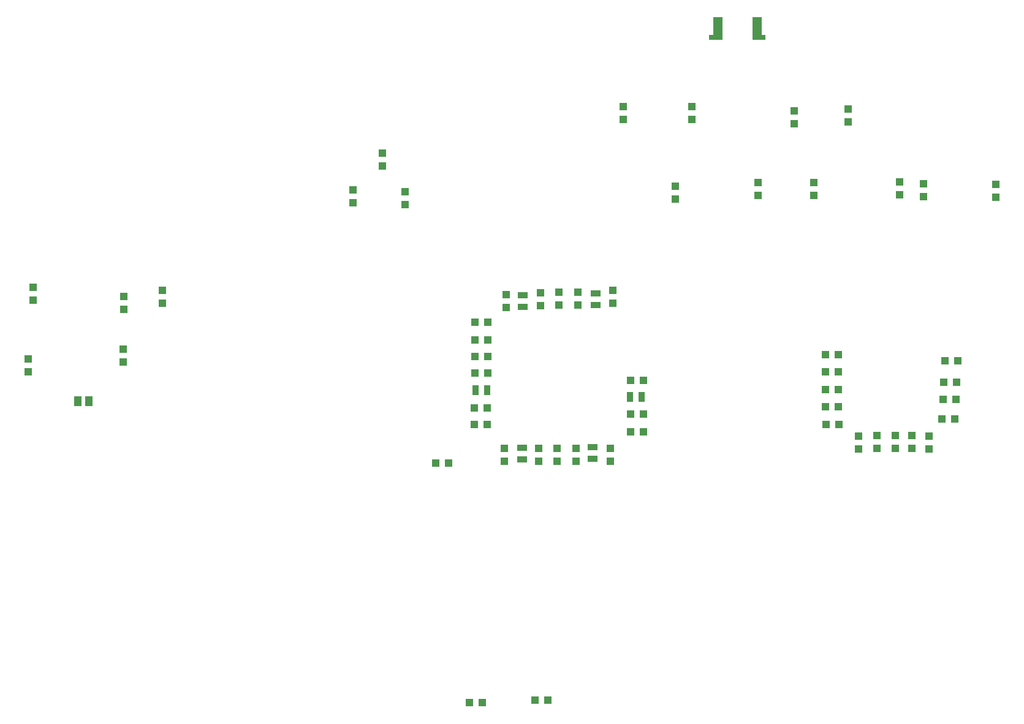
<source format=gbp>
G04 Layer_Color=128*
%FSLAX44Y44*%
%MOMM*%
G71*
G01*
G75*
%ADD56R,1.1000X1.1000*%
%ADD57R,1.3500X0.9500*%
%ADD58R,0.9500X1.3500*%
%ADD59R,1.1000X1.4000*%
%ADD60R,1.1000X1.1000*%
G36*
X998298Y963044D02*
X980048D01*
Y970044D01*
X985298D01*
Y994544D01*
X998298D01*
Y963044D01*
D02*
G37*
G36*
X1052798Y970044D02*
X1058048D01*
Y963044D01*
X1039798D01*
Y994544D01*
X1052798D01*
Y970044D01*
D02*
G37*
D56*
X757030Y50800D02*
D03*
X739030D02*
D03*
X666860Y46990D02*
D03*
X648860D02*
D03*
X619870Y378460D02*
D03*
X601870D02*
D03*
X656480Y572770D02*
D03*
X674480D02*
D03*
X656480Y548640D02*
D03*
X674480D02*
D03*
Y525780D02*
D03*
X656480D02*
D03*
X674480Y502920D02*
D03*
X656480D02*
D03*
X673210Y454660D02*
D03*
X655210D02*
D03*
X673210Y431800D02*
D03*
X655210D02*
D03*
X871110Y421640D02*
D03*
X889110D02*
D03*
X871110Y445770D02*
D03*
X889110D02*
D03*
X871110Y492760D02*
D03*
X889110D02*
D03*
X1140350Y528320D02*
D03*
X1158350D02*
D03*
X1140350Y504190D02*
D03*
X1158350D02*
D03*
X1140350Y480060D02*
D03*
X1158350D02*
D03*
X1140350Y455930D02*
D03*
X1158350D02*
D03*
X1141620Y431800D02*
D03*
X1159620D02*
D03*
X1301640Y439420D02*
D03*
X1319640D02*
D03*
X1302910Y466090D02*
D03*
X1320910D02*
D03*
X1304180Y490220D02*
D03*
X1322180D02*
D03*
X1305450Y519430D02*
D03*
X1323450D02*
D03*
D57*
X722630Y593980D02*
D03*
Y609980D02*
D03*
X721360Y383160D02*
D03*
Y399160D02*
D03*
X819150Y384430D02*
D03*
Y400430D02*
D03*
X822960Y612520D02*
D03*
Y596520D02*
D03*
D58*
X657480Y478790D02*
D03*
X673480D02*
D03*
X886840Y469900D02*
D03*
X870840D02*
D03*
D59*
X123070Y463550D02*
D03*
X108070D02*
D03*
D60*
X847090Y599330D02*
D03*
Y617330D02*
D03*
X798830Y596790D02*
D03*
Y614790D02*
D03*
X772160Y596790D02*
D03*
Y614790D02*
D03*
X746760Y595520D02*
D03*
Y613520D02*
D03*
X699770Y592980D02*
D03*
Y610980D02*
D03*
X697230Y398890D02*
D03*
Y380890D02*
D03*
X744220Y398890D02*
D03*
Y380890D02*
D03*
X769620Y398890D02*
D03*
Y380890D02*
D03*
X796290Y398890D02*
D03*
Y380890D02*
D03*
X843280Y398890D02*
D03*
Y380890D02*
D03*
X1186180Y397400D02*
D03*
Y415400D02*
D03*
X1211580Y416670D02*
D03*
Y398670D02*
D03*
X1236980Y416670D02*
D03*
Y398670D02*
D03*
X1259840Y416670D02*
D03*
Y398670D02*
D03*
X1283970Y415400D02*
D03*
Y397400D02*
D03*
X861060Y871330D02*
D03*
Y853330D02*
D03*
X956310Y871330D02*
D03*
Y853330D02*
D03*
X1097280Y864980D02*
D03*
Y846980D02*
D03*
X1172210Y867520D02*
D03*
Y849520D02*
D03*
X45720Y621140D02*
D03*
Y603140D02*
D03*
X224790Y617330D02*
D03*
Y599330D02*
D03*
X171450Y608440D02*
D03*
Y590440D02*
D03*
X170180Y536050D02*
D03*
Y518050D02*
D03*
X39370Y522080D02*
D03*
Y504080D02*
D03*
X1275695Y746691D02*
D03*
Y764691D02*
D03*
X1376025Y745421D02*
D03*
Y763421D02*
D03*
X1242676Y767231D02*
D03*
Y749231D02*
D03*
X1124566Y765961D02*
D03*
Y747961D02*
D03*
X932796Y760881D02*
D03*
Y742881D02*
D03*
X1047095Y747961D02*
D03*
Y765961D02*
D03*
X487680Y755760D02*
D03*
Y737760D02*
D03*
X560070Y753220D02*
D03*
Y735220D02*
D03*
X528320Y806560D02*
D03*
Y788560D02*
D03*
M02*

</source>
